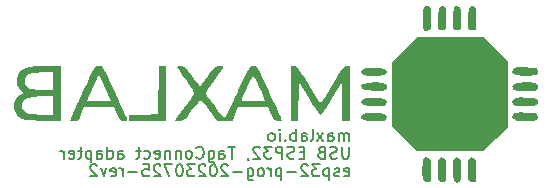
<source format=gbr>
%TF.GenerationSoftware,KiCad,Pcbnew,7.0.5*%
%TF.CreationDate,2023-08-08T23:00:51-07:00*%
%TF.ProjectId,esp32-prog,65737033-322d-4707-926f-672e6b696361,rev2*%
%TF.SameCoordinates,PX47868c0PY36d6160*%
%TF.FileFunction,Legend,Bot*%
%TF.FilePolarity,Positive*%
%FSLAX46Y46*%
G04 Gerber Fmt 4.6, Leading zero omitted, Abs format (unit mm)*
G04 Created by KiCad (PCBNEW 7.0.5) date 2023-08-08 23:00:51*
%MOMM*%
%LPD*%
G01*
G04 APERTURE LIST*
%ADD10C,0.150000*%
G04 APERTURE END LIST*
D10*
X32282268Y-21907200D02*
X32377506Y-21954819D01*
X32377506Y-21954819D02*
X32567982Y-21954819D01*
X32567982Y-21954819D02*
X32663220Y-21907200D01*
X32663220Y-21907200D02*
X32710839Y-21811961D01*
X32710839Y-21811961D02*
X32710839Y-21431009D01*
X32710839Y-21431009D02*
X32663220Y-21335771D01*
X32663220Y-21335771D02*
X32567982Y-21288152D01*
X32567982Y-21288152D02*
X32377506Y-21288152D01*
X32377506Y-21288152D02*
X32282268Y-21335771D01*
X32282268Y-21335771D02*
X32234649Y-21431009D01*
X32234649Y-21431009D02*
X32234649Y-21526247D01*
X32234649Y-21526247D02*
X32710839Y-21621485D01*
X31853696Y-21907200D02*
X31758458Y-21954819D01*
X31758458Y-21954819D02*
X31567982Y-21954819D01*
X31567982Y-21954819D02*
X31472744Y-21907200D01*
X31472744Y-21907200D02*
X31425125Y-21811961D01*
X31425125Y-21811961D02*
X31425125Y-21764342D01*
X31425125Y-21764342D02*
X31472744Y-21669104D01*
X31472744Y-21669104D02*
X31567982Y-21621485D01*
X31567982Y-21621485D02*
X31710839Y-21621485D01*
X31710839Y-21621485D02*
X31806077Y-21573866D01*
X31806077Y-21573866D02*
X31853696Y-21478628D01*
X31853696Y-21478628D02*
X31853696Y-21431009D01*
X31853696Y-21431009D02*
X31806077Y-21335771D01*
X31806077Y-21335771D02*
X31710839Y-21288152D01*
X31710839Y-21288152D02*
X31567982Y-21288152D01*
X31567982Y-21288152D02*
X31472744Y-21335771D01*
X30996553Y-21288152D02*
X30996553Y-22288152D01*
X30996553Y-21335771D02*
X30901315Y-21288152D01*
X30901315Y-21288152D02*
X30710839Y-21288152D01*
X30710839Y-21288152D02*
X30615601Y-21335771D01*
X30615601Y-21335771D02*
X30567982Y-21383390D01*
X30567982Y-21383390D02*
X30520363Y-21478628D01*
X30520363Y-21478628D02*
X30520363Y-21764342D01*
X30520363Y-21764342D02*
X30567982Y-21859580D01*
X30567982Y-21859580D02*
X30615601Y-21907200D01*
X30615601Y-21907200D02*
X30710839Y-21954819D01*
X30710839Y-21954819D02*
X30901315Y-21954819D01*
X30901315Y-21954819D02*
X30996553Y-21907200D01*
X30187029Y-20954819D02*
X29567982Y-20954819D01*
X29567982Y-20954819D02*
X29901315Y-21335771D01*
X29901315Y-21335771D02*
X29758458Y-21335771D01*
X29758458Y-21335771D02*
X29663220Y-21383390D01*
X29663220Y-21383390D02*
X29615601Y-21431009D01*
X29615601Y-21431009D02*
X29567982Y-21526247D01*
X29567982Y-21526247D02*
X29567982Y-21764342D01*
X29567982Y-21764342D02*
X29615601Y-21859580D01*
X29615601Y-21859580D02*
X29663220Y-21907200D01*
X29663220Y-21907200D02*
X29758458Y-21954819D01*
X29758458Y-21954819D02*
X30044172Y-21954819D01*
X30044172Y-21954819D02*
X30139410Y-21907200D01*
X30139410Y-21907200D02*
X30187029Y-21859580D01*
X29187029Y-21050057D02*
X29139410Y-21002438D01*
X29139410Y-21002438D02*
X29044172Y-20954819D01*
X29044172Y-20954819D02*
X28806077Y-20954819D01*
X28806077Y-20954819D02*
X28710839Y-21002438D01*
X28710839Y-21002438D02*
X28663220Y-21050057D01*
X28663220Y-21050057D02*
X28615601Y-21145295D01*
X28615601Y-21145295D02*
X28615601Y-21240533D01*
X28615601Y-21240533D02*
X28663220Y-21383390D01*
X28663220Y-21383390D02*
X29234648Y-21954819D01*
X29234648Y-21954819D02*
X28615601Y-21954819D01*
X28187029Y-21573866D02*
X27425125Y-21573866D01*
X26948934Y-21288152D02*
X26948934Y-22288152D01*
X26948934Y-21335771D02*
X26853696Y-21288152D01*
X26853696Y-21288152D02*
X26663220Y-21288152D01*
X26663220Y-21288152D02*
X26567982Y-21335771D01*
X26567982Y-21335771D02*
X26520363Y-21383390D01*
X26520363Y-21383390D02*
X26472744Y-21478628D01*
X26472744Y-21478628D02*
X26472744Y-21764342D01*
X26472744Y-21764342D02*
X26520363Y-21859580D01*
X26520363Y-21859580D02*
X26567982Y-21907200D01*
X26567982Y-21907200D02*
X26663220Y-21954819D01*
X26663220Y-21954819D02*
X26853696Y-21954819D01*
X26853696Y-21954819D02*
X26948934Y-21907200D01*
X26044172Y-21954819D02*
X26044172Y-21288152D01*
X26044172Y-21478628D02*
X25996553Y-21383390D01*
X25996553Y-21383390D02*
X25948934Y-21335771D01*
X25948934Y-21335771D02*
X25853696Y-21288152D01*
X25853696Y-21288152D02*
X25758458Y-21288152D01*
X25282267Y-21954819D02*
X25377505Y-21907200D01*
X25377505Y-21907200D02*
X25425124Y-21859580D01*
X25425124Y-21859580D02*
X25472743Y-21764342D01*
X25472743Y-21764342D02*
X25472743Y-21478628D01*
X25472743Y-21478628D02*
X25425124Y-21383390D01*
X25425124Y-21383390D02*
X25377505Y-21335771D01*
X25377505Y-21335771D02*
X25282267Y-21288152D01*
X25282267Y-21288152D02*
X25139410Y-21288152D01*
X25139410Y-21288152D02*
X25044172Y-21335771D01*
X25044172Y-21335771D02*
X24996553Y-21383390D01*
X24996553Y-21383390D02*
X24948934Y-21478628D01*
X24948934Y-21478628D02*
X24948934Y-21764342D01*
X24948934Y-21764342D02*
X24996553Y-21859580D01*
X24996553Y-21859580D02*
X25044172Y-21907200D01*
X25044172Y-21907200D02*
X25139410Y-21954819D01*
X25139410Y-21954819D02*
X25282267Y-21954819D01*
X24091791Y-21288152D02*
X24091791Y-22097676D01*
X24091791Y-22097676D02*
X24139410Y-22192914D01*
X24139410Y-22192914D02*
X24187029Y-22240533D01*
X24187029Y-22240533D02*
X24282267Y-22288152D01*
X24282267Y-22288152D02*
X24425124Y-22288152D01*
X24425124Y-22288152D02*
X24520362Y-22240533D01*
X24091791Y-21907200D02*
X24187029Y-21954819D01*
X24187029Y-21954819D02*
X24377505Y-21954819D01*
X24377505Y-21954819D02*
X24472743Y-21907200D01*
X24472743Y-21907200D02*
X24520362Y-21859580D01*
X24520362Y-21859580D02*
X24567981Y-21764342D01*
X24567981Y-21764342D02*
X24567981Y-21478628D01*
X24567981Y-21478628D02*
X24520362Y-21383390D01*
X24520362Y-21383390D02*
X24472743Y-21335771D01*
X24472743Y-21335771D02*
X24377505Y-21288152D01*
X24377505Y-21288152D02*
X24187029Y-21288152D01*
X24187029Y-21288152D02*
X24091791Y-21335771D01*
X23615600Y-21573866D02*
X22853696Y-21573866D01*
X22425124Y-21050057D02*
X22377505Y-21002438D01*
X22377505Y-21002438D02*
X22282267Y-20954819D01*
X22282267Y-20954819D02*
X22044172Y-20954819D01*
X22044172Y-20954819D02*
X21948934Y-21002438D01*
X21948934Y-21002438D02*
X21901315Y-21050057D01*
X21901315Y-21050057D02*
X21853696Y-21145295D01*
X21853696Y-21145295D02*
X21853696Y-21240533D01*
X21853696Y-21240533D02*
X21901315Y-21383390D01*
X21901315Y-21383390D02*
X22472743Y-21954819D01*
X22472743Y-21954819D02*
X21853696Y-21954819D01*
X21234648Y-20954819D02*
X21139410Y-20954819D01*
X21139410Y-20954819D02*
X21044172Y-21002438D01*
X21044172Y-21002438D02*
X20996553Y-21050057D01*
X20996553Y-21050057D02*
X20948934Y-21145295D01*
X20948934Y-21145295D02*
X20901315Y-21335771D01*
X20901315Y-21335771D02*
X20901315Y-21573866D01*
X20901315Y-21573866D02*
X20948934Y-21764342D01*
X20948934Y-21764342D02*
X20996553Y-21859580D01*
X20996553Y-21859580D02*
X21044172Y-21907200D01*
X21044172Y-21907200D02*
X21139410Y-21954819D01*
X21139410Y-21954819D02*
X21234648Y-21954819D01*
X21234648Y-21954819D02*
X21329886Y-21907200D01*
X21329886Y-21907200D02*
X21377505Y-21859580D01*
X21377505Y-21859580D02*
X21425124Y-21764342D01*
X21425124Y-21764342D02*
X21472743Y-21573866D01*
X21472743Y-21573866D02*
X21472743Y-21335771D01*
X21472743Y-21335771D02*
X21425124Y-21145295D01*
X21425124Y-21145295D02*
X21377505Y-21050057D01*
X21377505Y-21050057D02*
X21329886Y-21002438D01*
X21329886Y-21002438D02*
X21234648Y-20954819D01*
X20520362Y-21050057D02*
X20472743Y-21002438D01*
X20472743Y-21002438D02*
X20377505Y-20954819D01*
X20377505Y-20954819D02*
X20139410Y-20954819D01*
X20139410Y-20954819D02*
X20044172Y-21002438D01*
X20044172Y-21002438D02*
X19996553Y-21050057D01*
X19996553Y-21050057D02*
X19948934Y-21145295D01*
X19948934Y-21145295D02*
X19948934Y-21240533D01*
X19948934Y-21240533D02*
X19996553Y-21383390D01*
X19996553Y-21383390D02*
X20567981Y-21954819D01*
X20567981Y-21954819D02*
X19948934Y-21954819D01*
X19615600Y-20954819D02*
X18996553Y-20954819D01*
X18996553Y-20954819D02*
X19329886Y-21335771D01*
X19329886Y-21335771D02*
X19187029Y-21335771D01*
X19187029Y-21335771D02*
X19091791Y-21383390D01*
X19091791Y-21383390D02*
X19044172Y-21431009D01*
X19044172Y-21431009D02*
X18996553Y-21526247D01*
X18996553Y-21526247D02*
X18996553Y-21764342D01*
X18996553Y-21764342D02*
X19044172Y-21859580D01*
X19044172Y-21859580D02*
X19091791Y-21907200D01*
X19091791Y-21907200D02*
X19187029Y-21954819D01*
X19187029Y-21954819D02*
X19472743Y-21954819D01*
X19472743Y-21954819D02*
X19567981Y-21907200D01*
X19567981Y-21907200D02*
X19615600Y-21859580D01*
X18377505Y-20954819D02*
X18282267Y-20954819D01*
X18282267Y-20954819D02*
X18187029Y-21002438D01*
X18187029Y-21002438D02*
X18139410Y-21050057D01*
X18139410Y-21050057D02*
X18091791Y-21145295D01*
X18091791Y-21145295D02*
X18044172Y-21335771D01*
X18044172Y-21335771D02*
X18044172Y-21573866D01*
X18044172Y-21573866D02*
X18091791Y-21764342D01*
X18091791Y-21764342D02*
X18139410Y-21859580D01*
X18139410Y-21859580D02*
X18187029Y-21907200D01*
X18187029Y-21907200D02*
X18282267Y-21954819D01*
X18282267Y-21954819D02*
X18377505Y-21954819D01*
X18377505Y-21954819D02*
X18472743Y-21907200D01*
X18472743Y-21907200D02*
X18520362Y-21859580D01*
X18520362Y-21859580D02*
X18567981Y-21764342D01*
X18567981Y-21764342D02*
X18615600Y-21573866D01*
X18615600Y-21573866D02*
X18615600Y-21335771D01*
X18615600Y-21335771D02*
X18567981Y-21145295D01*
X18567981Y-21145295D02*
X18520362Y-21050057D01*
X18520362Y-21050057D02*
X18472743Y-21002438D01*
X18472743Y-21002438D02*
X18377505Y-20954819D01*
X17710838Y-20954819D02*
X17044172Y-20954819D01*
X17044172Y-20954819D02*
X17472743Y-21954819D01*
X16710838Y-21050057D02*
X16663219Y-21002438D01*
X16663219Y-21002438D02*
X16567981Y-20954819D01*
X16567981Y-20954819D02*
X16329886Y-20954819D01*
X16329886Y-20954819D02*
X16234648Y-21002438D01*
X16234648Y-21002438D02*
X16187029Y-21050057D01*
X16187029Y-21050057D02*
X16139410Y-21145295D01*
X16139410Y-21145295D02*
X16139410Y-21240533D01*
X16139410Y-21240533D02*
X16187029Y-21383390D01*
X16187029Y-21383390D02*
X16758457Y-21954819D01*
X16758457Y-21954819D02*
X16139410Y-21954819D01*
X15234648Y-20954819D02*
X15710838Y-20954819D01*
X15710838Y-20954819D02*
X15758457Y-21431009D01*
X15758457Y-21431009D02*
X15710838Y-21383390D01*
X15710838Y-21383390D02*
X15615600Y-21335771D01*
X15615600Y-21335771D02*
X15377505Y-21335771D01*
X15377505Y-21335771D02*
X15282267Y-21383390D01*
X15282267Y-21383390D02*
X15234648Y-21431009D01*
X15234648Y-21431009D02*
X15187029Y-21526247D01*
X15187029Y-21526247D02*
X15187029Y-21764342D01*
X15187029Y-21764342D02*
X15234648Y-21859580D01*
X15234648Y-21859580D02*
X15282267Y-21907200D01*
X15282267Y-21907200D02*
X15377505Y-21954819D01*
X15377505Y-21954819D02*
X15615600Y-21954819D01*
X15615600Y-21954819D02*
X15710838Y-21907200D01*
X15710838Y-21907200D02*
X15758457Y-21859580D01*
X14758457Y-21573866D02*
X13996553Y-21573866D01*
X13520362Y-21954819D02*
X13520362Y-21288152D01*
X13520362Y-21478628D02*
X13472743Y-21383390D01*
X13472743Y-21383390D02*
X13425124Y-21335771D01*
X13425124Y-21335771D02*
X13329886Y-21288152D01*
X13329886Y-21288152D02*
X13234648Y-21288152D01*
X12520362Y-21907200D02*
X12615600Y-21954819D01*
X12615600Y-21954819D02*
X12806076Y-21954819D01*
X12806076Y-21954819D02*
X12901314Y-21907200D01*
X12901314Y-21907200D02*
X12948933Y-21811961D01*
X12948933Y-21811961D02*
X12948933Y-21431009D01*
X12948933Y-21431009D02*
X12901314Y-21335771D01*
X12901314Y-21335771D02*
X12806076Y-21288152D01*
X12806076Y-21288152D02*
X12615600Y-21288152D01*
X12615600Y-21288152D02*
X12520362Y-21335771D01*
X12520362Y-21335771D02*
X12472743Y-21431009D01*
X12472743Y-21431009D02*
X12472743Y-21526247D01*
X12472743Y-21526247D02*
X12948933Y-21621485D01*
X12139409Y-21288152D02*
X11901314Y-21954819D01*
X11901314Y-21954819D02*
X11663219Y-21288152D01*
X11329885Y-21050057D02*
X11282266Y-21002438D01*
X11282266Y-21002438D02*
X11187028Y-20954819D01*
X11187028Y-20954819D02*
X10948933Y-20954819D01*
X10948933Y-20954819D02*
X10853695Y-21002438D01*
X10853695Y-21002438D02*
X10806076Y-21050057D01*
X10806076Y-21050057D02*
X10758457Y-21145295D01*
X10758457Y-21145295D02*
X10758457Y-21240533D01*
X10758457Y-21240533D02*
X10806076Y-21383390D01*
X10806076Y-21383390D02*
X11377504Y-21954819D01*
X11377504Y-21954819D02*
X10758457Y-21954819D01*
X32663220Y-18954819D02*
X32663220Y-18288152D01*
X32663220Y-18383390D02*
X32615601Y-18335771D01*
X32615601Y-18335771D02*
X32520363Y-18288152D01*
X32520363Y-18288152D02*
X32377506Y-18288152D01*
X32377506Y-18288152D02*
X32282268Y-18335771D01*
X32282268Y-18335771D02*
X32234649Y-18431009D01*
X32234649Y-18431009D02*
X32234649Y-18954819D01*
X32234649Y-18431009D02*
X32187030Y-18335771D01*
X32187030Y-18335771D02*
X32091792Y-18288152D01*
X32091792Y-18288152D02*
X31948935Y-18288152D01*
X31948935Y-18288152D02*
X31853696Y-18335771D01*
X31853696Y-18335771D02*
X31806077Y-18431009D01*
X31806077Y-18431009D02*
X31806077Y-18954819D01*
X30901316Y-18954819D02*
X30901316Y-18431009D01*
X30901316Y-18431009D02*
X30948935Y-18335771D01*
X30948935Y-18335771D02*
X31044173Y-18288152D01*
X31044173Y-18288152D02*
X31234649Y-18288152D01*
X31234649Y-18288152D02*
X31329887Y-18335771D01*
X30901316Y-18907200D02*
X30996554Y-18954819D01*
X30996554Y-18954819D02*
X31234649Y-18954819D01*
X31234649Y-18954819D02*
X31329887Y-18907200D01*
X31329887Y-18907200D02*
X31377506Y-18811961D01*
X31377506Y-18811961D02*
X31377506Y-18716723D01*
X31377506Y-18716723D02*
X31329887Y-18621485D01*
X31329887Y-18621485D02*
X31234649Y-18573866D01*
X31234649Y-18573866D02*
X30996554Y-18573866D01*
X30996554Y-18573866D02*
X30901316Y-18526247D01*
X30520363Y-18954819D02*
X29996554Y-18288152D01*
X30520363Y-18288152D02*
X29996554Y-18954819D01*
X29472744Y-18954819D02*
X29567982Y-18907200D01*
X29567982Y-18907200D02*
X29615601Y-18811961D01*
X29615601Y-18811961D02*
X29615601Y-17954819D01*
X28663220Y-18954819D02*
X28663220Y-18431009D01*
X28663220Y-18431009D02*
X28710839Y-18335771D01*
X28710839Y-18335771D02*
X28806077Y-18288152D01*
X28806077Y-18288152D02*
X28996553Y-18288152D01*
X28996553Y-18288152D02*
X29091791Y-18335771D01*
X28663220Y-18907200D02*
X28758458Y-18954819D01*
X28758458Y-18954819D02*
X28996553Y-18954819D01*
X28996553Y-18954819D02*
X29091791Y-18907200D01*
X29091791Y-18907200D02*
X29139410Y-18811961D01*
X29139410Y-18811961D02*
X29139410Y-18716723D01*
X29139410Y-18716723D02*
X29091791Y-18621485D01*
X29091791Y-18621485D02*
X28996553Y-18573866D01*
X28996553Y-18573866D02*
X28758458Y-18573866D01*
X28758458Y-18573866D02*
X28663220Y-18526247D01*
X28187029Y-18954819D02*
X28187029Y-17954819D01*
X28187029Y-18335771D02*
X28091791Y-18288152D01*
X28091791Y-18288152D02*
X27901315Y-18288152D01*
X27901315Y-18288152D02*
X27806077Y-18335771D01*
X27806077Y-18335771D02*
X27758458Y-18383390D01*
X27758458Y-18383390D02*
X27710839Y-18478628D01*
X27710839Y-18478628D02*
X27710839Y-18764342D01*
X27710839Y-18764342D02*
X27758458Y-18859580D01*
X27758458Y-18859580D02*
X27806077Y-18907200D01*
X27806077Y-18907200D02*
X27901315Y-18954819D01*
X27901315Y-18954819D02*
X28091791Y-18954819D01*
X28091791Y-18954819D02*
X28187029Y-18907200D01*
X27282267Y-18859580D02*
X27234648Y-18907200D01*
X27234648Y-18907200D02*
X27282267Y-18954819D01*
X27282267Y-18954819D02*
X27329886Y-18907200D01*
X27329886Y-18907200D02*
X27282267Y-18859580D01*
X27282267Y-18859580D02*
X27282267Y-18954819D01*
X26806077Y-18954819D02*
X26806077Y-18288152D01*
X26806077Y-17954819D02*
X26853696Y-18002438D01*
X26853696Y-18002438D02*
X26806077Y-18050057D01*
X26806077Y-18050057D02*
X26758458Y-18002438D01*
X26758458Y-18002438D02*
X26806077Y-17954819D01*
X26806077Y-17954819D02*
X26806077Y-18050057D01*
X26187030Y-18954819D02*
X26282268Y-18907200D01*
X26282268Y-18907200D02*
X26329887Y-18859580D01*
X26329887Y-18859580D02*
X26377506Y-18764342D01*
X26377506Y-18764342D02*
X26377506Y-18478628D01*
X26377506Y-18478628D02*
X26329887Y-18383390D01*
X26329887Y-18383390D02*
X26282268Y-18335771D01*
X26282268Y-18335771D02*
X26187030Y-18288152D01*
X26187030Y-18288152D02*
X26044173Y-18288152D01*
X26044173Y-18288152D02*
X25948935Y-18335771D01*
X25948935Y-18335771D02*
X25901316Y-18383390D01*
X25901316Y-18383390D02*
X25853697Y-18478628D01*
X25853697Y-18478628D02*
X25853697Y-18764342D01*
X25853697Y-18764342D02*
X25901316Y-18859580D01*
X25901316Y-18859580D02*
X25948935Y-18907200D01*
X25948935Y-18907200D02*
X26044173Y-18954819D01*
X26044173Y-18954819D02*
X26187030Y-18954819D01*
X32663220Y-19454819D02*
X32663220Y-20264342D01*
X32663220Y-20264342D02*
X32615601Y-20359580D01*
X32615601Y-20359580D02*
X32567982Y-20407200D01*
X32567982Y-20407200D02*
X32472744Y-20454819D01*
X32472744Y-20454819D02*
X32282268Y-20454819D01*
X32282268Y-20454819D02*
X32187030Y-20407200D01*
X32187030Y-20407200D02*
X32139411Y-20359580D01*
X32139411Y-20359580D02*
X32091792Y-20264342D01*
X32091792Y-20264342D02*
X32091792Y-19454819D01*
X31663220Y-20407200D02*
X31520363Y-20454819D01*
X31520363Y-20454819D02*
X31282268Y-20454819D01*
X31282268Y-20454819D02*
X31187030Y-20407200D01*
X31187030Y-20407200D02*
X31139411Y-20359580D01*
X31139411Y-20359580D02*
X31091792Y-20264342D01*
X31091792Y-20264342D02*
X31091792Y-20169104D01*
X31091792Y-20169104D02*
X31139411Y-20073866D01*
X31139411Y-20073866D02*
X31187030Y-20026247D01*
X31187030Y-20026247D02*
X31282268Y-19978628D01*
X31282268Y-19978628D02*
X31472744Y-19931009D01*
X31472744Y-19931009D02*
X31567982Y-19883390D01*
X31567982Y-19883390D02*
X31615601Y-19835771D01*
X31615601Y-19835771D02*
X31663220Y-19740533D01*
X31663220Y-19740533D02*
X31663220Y-19645295D01*
X31663220Y-19645295D02*
X31615601Y-19550057D01*
X31615601Y-19550057D02*
X31567982Y-19502438D01*
X31567982Y-19502438D02*
X31472744Y-19454819D01*
X31472744Y-19454819D02*
X31234649Y-19454819D01*
X31234649Y-19454819D02*
X31091792Y-19502438D01*
X30329887Y-19931009D02*
X30187030Y-19978628D01*
X30187030Y-19978628D02*
X30139411Y-20026247D01*
X30139411Y-20026247D02*
X30091792Y-20121485D01*
X30091792Y-20121485D02*
X30091792Y-20264342D01*
X30091792Y-20264342D02*
X30139411Y-20359580D01*
X30139411Y-20359580D02*
X30187030Y-20407200D01*
X30187030Y-20407200D02*
X30282268Y-20454819D01*
X30282268Y-20454819D02*
X30663220Y-20454819D01*
X30663220Y-20454819D02*
X30663220Y-19454819D01*
X30663220Y-19454819D02*
X30329887Y-19454819D01*
X30329887Y-19454819D02*
X30234649Y-19502438D01*
X30234649Y-19502438D02*
X30187030Y-19550057D01*
X30187030Y-19550057D02*
X30139411Y-19645295D01*
X30139411Y-19645295D02*
X30139411Y-19740533D01*
X30139411Y-19740533D02*
X30187030Y-19835771D01*
X30187030Y-19835771D02*
X30234649Y-19883390D01*
X30234649Y-19883390D02*
X30329887Y-19931009D01*
X30329887Y-19931009D02*
X30663220Y-19931009D01*
X28901315Y-19931009D02*
X28567982Y-19931009D01*
X28425125Y-20454819D02*
X28901315Y-20454819D01*
X28901315Y-20454819D02*
X28901315Y-19454819D01*
X28901315Y-19454819D02*
X28425125Y-19454819D01*
X28044172Y-20407200D02*
X27901315Y-20454819D01*
X27901315Y-20454819D02*
X27663220Y-20454819D01*
X27663220Y-20454819D02*
X27567982Y-20407200D01*
X27567982Y-20407200D02*
X27520363Y-20359580D01*
X27520363Y-20359580D02*
X27472744Y-20264342D01*
X27472744Y-20264342D02*
X27472744Y-20169104D01*
X27472744Y-20169104D02*
X27520363Y-20073866D01*
X27520363Y-20073866D02*
X27567982Y-20026247D01*
X27567982Y-20026247D02*
X27663220Y-19978628D01*
X27663220Y-19978628D02*
X27853696Y-19931009D01*
X27853696Y-19931009D02*
X27948934Y-19883390D01*
X27948934Y-19883390D02*
X27996553Y-19835771D01*
X27996553Y-19835771D02*
X28044172Y-19740533D01*
X28044172Y-19740533D02*
X28044172Y-19645295D01*
X28044172Y-19645295D02*
X27996553Y-19550057D01*
X27996553Y-19550057D02*
X27948934Y-19502438D01*
X27948934Y-19502438D02*
X27853696Y-19454819D01*
X27853696Y-19454819D02*
X27615601Y-19454819D01*
X27615601Y-19454819D02*
X27472744Y-19502438D01*
X27044172Y-20454819D02*
X27044172Y-19454819D01*
X27044172Y-19454819D02*
X26663220Y-19454819D01*
X26663220Y-19454819D02*
X26567982Y-19502438D01*
X26567982Y-19502438D02*
X26520363Y-19550057D01*
X26520363Y-19550057D02*
X26472744Y-19645295D01*
X26472744Y-19645295D02*
X26472744Y-19788152D01*
X26472744Y-19788152D02*
X26520363Y-19883390D01*
X26520363Y-19883390D02*
X26567982Y-19931009D01*
X26567982Y-19931009D02*
X26663220Y-19978628D01*
X26663220Y-19978628D02*
X27044172Y-19978628D01*
X26139410Y-19454819D02*
X25520363Y-19454819D01*
X25520363Y-19454819D02*
X25853696Y-19835771D01*
X25853696Y-19835771D02*
X25710839Y-19835771D01*
X25710839Y-19835771D02*
X25615601Y-19883390D01*
X25615601Y-19883390D02*
X25567982Y-19931009D01*
X25567982Y-19931009D02*
X25520363Y-20026247D01*
X25520363Y-20026247D02*
X25520363Y-20264342D01*
X25520363Y-20264342D02*
X25567982Y-20359580D01*
X25567982Y-20359580D02*
X25615601Y-20407200D01*
X25615601Y-20407200D02*
X25710839Y-20454819D01*
X25710839Y-20454819D02*
X25996553Y-20454819D01*
X25996553Y-20454819D02*
X26091791Y-20407200D01*
X26091791Y-20407200D02*
X26139410Y-20359580D01*
X25139410Y-19550057D02*
X25091791Y-19502438D01*
X25091791Y-19502438D02*
X24996553Y-19454819D01*
X24996553Y-19454819D02*
X24758458Y-19454819D01*
X24758458Y-19454819D02*
X24663220Y-19502438D01*
X24663220Y-19502438D02*
X24615601Y-19550057D01*
X24615601Y-19550057D02*
X24567982Y-19645295D01*
X24567982Y-19645295D02*
X24567982Y-19740533D01*
X24567982Y-19740533D02*
X24615601Y-19883390D01*
X24615601Y-19883390D02*
X25187029Y-20454819D01*
X25187029Y-20454819D02*
X24567982Y-20454819D01*
X24091791Y-20407200D02*
X24091791Y-20454819D01*
X24091791Y-20454819D02*
X24139410Y-20550057D01*
X24139410Y-20550057D02*
X24187029Y-20597676D01*
X23044172Y-19454819D02*
X22472744Y-19454819D01*
X22758458Y-20454819D02*
X22758458Y-19454819D01*
X21710839Y-20454819D02*
X21710839Y-19931009D01*
X21710839Y-19931009D02*
X21758458Y-19835771D01*
X21758458Y-19835771D02*
X21853696Y-19788152D01*
X21853696Y-19788152D02*
X22044172Y-19788152D01*
X22044172Y-19788152D02*
X22139410Y-19835771D01*
X21710839Y-20407200D02*
X21806077Y-20454819D01*
X21806077Y-20454819D02*
X22044172Y-20454819D01*
X22044172Y-20454819D02*
X22139410Y-20407200D01*
X22139410Y-20407200D02*
X22187029Y-20311961D01*
X22187029Y-20311961D02*
X22187029Y-20216723D01*
X22187029Y-20216723D02*
X22139410Y-20121485D01*
X22139410Y-20121485D02*
X22044172Y-20073866D01*
X22044172Y-20073866D02*
X21806077Y-20073866D01*
X21806077Y-20073866D02*
X21710839Y-20026247D01*
X20806077Y-19788152D02*
X20806077Y-20597676D01*
X20806077Y-20597676D02*
X20853696Y-20692914D01*
X20853696Y-20692914D02*
X20901315Y-20740533D01*
X20901315Y-20740533D02*
X20996553Y-20788152D01*
X20996553Y-20788152D02*
X21139410Y-20788152D01*
X21139410Y-20788152D02*
X21234648Y-20740533D01*
X20806077Y-20407200D02*
X20901315Y-20454819D01*
X20901315Y-20454819D02*
X21091791Y-20454819D01*
X21091791Y-20454819D02*
X21187029Y-20407200D01*
X21187029Y-20407200D02*
X21234648Y-20359580D01*
X21234648Y-20359580D02*
X21282267Y-20264342D01*
X21282267Y-20264342D02*
X21282267Y-19978628D01*
X21282267Y-19978628D02*
X21234648Y-19883390D01*
X21234648Y-19883390D02*
X21187029Y-19835771D01*
X21187029Y-19835771D02*
X21091791Y-19788152D01*
X21091791Y-19788152D02*
X20901315Y-19788152D01*
X20901315Y-19788152D02*
X20806077Y-19835771D01*
X19758458Y-20359580D02*
X19806077Y-20407200D01*
X19806077Y-20407200D02*
X19948934Y-20454819D01*
X19948934Y-20454819D02*
X20044172Y-20454819D01*
X20044172Y-20454819D02*
X20187029Y-20407200D01*
X20187029Y-20407200D02*
X20282267Y-20311961D01*
X20282267Y-20311961D02*
X20329886Y-20216723D01*
X20329886Y-20216723D02*
X20377505Y-20026247D01*
X20377505Y-20026247D02*
X20377505Y-19883390D01*
X20377505Y-19883390D02*
X20329886Y-19692914D01*
X20329886Y-19692914D02*
X20282267Y-19597676D01*
X20282267Y-19597676D02*
X20187029Y-19502438D01*
X20187029Y-19502438D02*
X20044172Y-19454819D01*
X20044172Y-19454819D02*
X19948934Y-19454819D01*
X19948934Y-19454819D02*
X19806077Y-19502438D01*
X19806077Y-19502438D02*
X19758458Y-19550057D01*
X19187029Y-20454819D02*
X19282267Y-20407200D01*
X19282267Y-20407200D02*
X19329886Y-20359580D01*
X19329886Y-20359580D02*
X19377505Y-20264342D01*
X19377505Y-20264342D02*
X19377505Y-19978628D01*
X19377505Y-19978628D02*
X19329886Y-19883390D01*
X19329886Y-19883390D02*
X19282267Y-19835771D01*
X19282267Y-19835771D02*
X19187029Y-19788152D01*
X19187029Y-19788152D02*
X19044172Y-19788152D01*
X19044172Y-19788152D02*
X18948934Y-19835771D01*
X18948934Y-19835771D02*
X18901315Y-19883390D01*
X18901315Y-19883390D02*
X18853696Y-19978628D01*
X18853696Y-19978628D02*
X18853696Y-20264342D01*
X18853696Y-20264342D02*
X18901315Y-20359580D01*
X18901315Y-20359580D02*
X18948934Y-20407200D01*
X18948934Y-20407200D02*
X19044172Y-20454819D01*
X19044172Y-20454819D02*
X19187029Y-20454819D01*
X18425124Y-19788152D02*
X18425124Y-20454819D01*
X18425124Y-19883390D02*
X18377505Y-19835771D01*
X18377505Y-19835771D02*
X18282267Y-19788152D01*
X18282267Y-19788152D02*
X18139410Y-19788152D01*
X18139410Y-19788152D02*
X18044172Y-19835771D01*
X18044172Y-19835771D02*
X17996553Y-19931009D01*
X17996553Y-19931009D02*
X17996553Y-20454819D01*
X17520362Y-19788152D02*
X17520362Y-20454819D01*
X17520362Y-19883390D02*
X17472743Y-19835771D01*
X17472743Y-19835771D02*
X17377505Y-19788152D01*
X17377505Y-19788152D02*
X17234648Y-19788152D01*
X17234648Y-19788152D02*
X17139410Y-19835771D01*
X17139410Y-19835771D02*
X17091791Y-19931009D01*
X17091791Y-19931009D02*
X17091791Y-20454819D01*
X16234648Y-20407200D02*
X16329886Y-20454819D01*
X16329886Y-20454819D02*
X16520362Y-20454819D01*
X16520362Y-20454819D02*
X16615600Y-20407200D01*
X16615600Y-20407200D02*
X16663219Y-20311961D01*
X16663219Y-20311961D02*
X16663219Y-19931009D01*
X16663219Y-19931009D02*
X16615600Y-19835771D01*
X16615600Y-19835771D02*
X16520362Y-19788152D01*
X16520362Y-19788152D02*
X16329886Y-19788152D01*
X16329886Y-19788152D02*
X16234648Y-19835771D01*
X16234648Y-19835771D02*
X16187029Y-19931009D01*
X16187029Y-19931009D02*
X16187029Y-20026247D01*
X16187029Y-20026247D02*
X16663219Y-20121485D01*
X15329886Y-20407200D02*
X15425124Y-20454819D01*
X15425124Y-20454819D02*
X15615600Y-20454819D01*
X15615600Y-20454819D02*
X15710838Y-20407200D01*
X15710838Y-20407200D02*
X15758457Y-20359580D01*
X15758457Y-20359580D02*
X15806076Y-20264342D01*
X15806076Y-20264342D02*
X15806076Y-19978628D01*
X15806076Y-19978628D02*
X15758457Y-19883390D01*
X15758457Y-19883390D02*
X15710838Y-19835771D01*
X15710838Y-19835771D02*
X15615600Y-19788152D01*
X15615600Y-19788152D02*
X15425124Y-19788152D01*
X15425124Y-19788152D02*
X15329886Y-19835771D01*
X15044171Y-19788152D02*
X14663219Y-19788152D01*
X14901314Y-19454819D02*
X14901314Y-20311961D01*
X14901314Y-20311961D02*
X14853695Y-20407200D01*
X14853695Y-20407200D02*
X14758457Y-20454819D01*
X14758457Y-20454819D02*
X14663219Y-20454819D01*
X13139409Y-20454819D02*
X13139409Y-19931009D01*
X13139409Y-19931009D02*
X13187028Y-19835771D01*
X13187028Y-19835771D02*
X13282266Y-19788152D01*
X13282266Y-19788152D02*
X13472742Y-19788152D01*
X13472742Y-19788152D02*
X13567980Y-19835771D01*
X13139409Y-20407200D02*
X13234647Y-20454819D01*
X13234647Y-20454819D02*
X13472742Y-20454819D01*
X13472742Y-20454819D02*
X13567980Y-20407200D01*
X13567980Y-20407200D02*
X13615599Y-20311961D01*
X13615599Y-20311961D02*
X13615599Y-20216723D01*
X13615599Y-20216723D02*
X13567980Y-20121485D01*
X13567980Y-20121485D02*
X13472742Y-20073866D01*
X13472742Y-20073866D02*
X13234647Y-20073866D01*
X13234647Y-20073866D02*
X13139409Y-20026247D01*
X12234647Y-20454819D02*
X12234647Y-19454819D01*
X12234647Y-20407200D02*
X12329885Y-20454819D01*
X12329885Y-20454819D02*
X12520361Y-20454819D01*
X12520361Y-20454819D02*
X12615599Y-20407200D01*
X12615599Y-20407200D02*
X12663218Y-20359580D01*
X12663218Y-20359580D02*
X12710837Y-20264342D01*
X12710837Y-20264342D02*
X12710837Y-19978628D01*
X12710837Y-19978628D02*
X12663218Y-19883390D01*
X12663218Y-19883390D02*
X12615599Y-19835771D01*
X12615599Y-19835771D02*
X12520361Y-19788152D01*
X12520361Y-19788152D02*
X12329885Y-19788152D01*
X12329885Y-19788152D02*
X12234647Y-19835771D01*
X11329885Y-20454819D02*
X11329885Y-19931009D01*
X11329885Y-19931009D02*
X11377504Y-19835771D01*
X11377504Y-19835771D02*
X11472742Y-19788152D01*
X11472742Y-19788152D02*
X11663218Y-19788152D01*
X11663218Y-19788152D02*
X11758456Y-19835771D01*
X11329885Y-20407200D02*
X11425123Y-20454819D01*
X11425123Y-20454819D02*
X11663218Y-20454819D01*
X11663218Y-20454819D02*
X11758456Y-20407200D01*
X11758456Y-20407200D02*
X11806075Y-20311961D01*
X11806075Y-20311961D02*
X11806075Y-20216723D01*
X11806075Y-20216723D02*
X11758456Y-20121485D01*
X11758456Y-20121485D02*
X11663218Y-20073866D01*
X11663218Y-20073866D02*
X11425123Y-20073866D01*
X11425123Y-20073866D02*
X11329885Y-20026247D01*
X10853694Y-19788152D02*
X10853694Y-20788152D01*
X10853694Y-19835771D02*
X10758456Y-19788152D01*
X10758456Y-19788152D02*
X10567980Y-19788152D01*
X10567980Y-19788152D02*
X10472742Y-19835771D01*
X10472742Y-19835771D02*
X10425123Y-19883390D01*
X10425123Y-19883390D02*
X10377504Y-19978628D01*
X10377504Y-19978628D02*
X10377504Y-20264342D01*
X10377504Y-20264342D02*
X10425123Y-20359580D01*
X10425123Y-20359580D02*
X10472742Y-20407200D01*
X10472742Y-20407200D02*
X10567980Y-20454819D01*
X10567980Y-20454819D02*
X10758456Y-20454819D01*
X10758456Y-20454819D02*
X10853694Y-20407200D01*
X10091789Y-19788152D02*
X9710837Y-19788152D01*
X9948932Y-19454819D02*
X9948932Y-20311961D01*
X9948932Y-20311961D02*
X9901313Y-20407200D01*
X9901313Y-20407200D02*
X9806075Y-20454819D01*
X9806075Y-20454819D02*
X9710837Y-20454819D01*
X8996551Y-20407200D02*
X9091789Y-20454819D01*
X9091789Y-20454819D02*
X9282265Y-20454819D01*
X9282265Y-20454819D02*
X9377503Y-20407200D01*
X9377503Y-20407200D02*
X9425122Y-20311961D01*
X9425122Y-20311961D02*
X9425122Y-19931009D01*
X9425122Y-19931009D02*
X9377503Y-19835771D01*
X9377503Y-19835771D02*
X9282265Y-19788152D01*
X9282265Y-19788152D02*
X9091789Y-19788152D01*
X9091789Y-19788152D02*
X8996551Y-19835771D01*
X8996551Y-19835771D02*
X8948932Y-19931009D01*
X8948932Y-19931009D02*
X8948932Y-20026247D01*
X8948932Y-20026247D02*
X9425122Y-20121485D01*
X8520360Y-20454819D02*
X8520360Y-19788152D01*
X8520360Y-19978628D02*
X8472741Y-19883390D01*
X8472741Y-19883390D02*
X8425122Y-19835771D01*
X8425122Y-19835771D02*
X8329884Y-19788152D01*
X8329884Y-19788152D02*
X8234646Y-19788152D01*
%TO.C,G\u002A\u002A\u002A*%
G36*
X17220531Y-17287755D02*
G01*
X14032246Y-17287755D01*
X14032246Y-16763120D01*
X15280991Y-16733178D01*
X16529736Y-16703237D01*
X16587464Y-12611605D01*
X17220531Y-12611605D01*
X17220531Y-17287755D01*
G37*
G36*
X45089550Y-11201452D02*
G01*
X46127644Y-12235650D01*
X46127644Y-17762195D01*
X45093445Y-18800289D01*
X44059247Y-19838383D01*
X38426426Y-19838383D01*
X37388332Y-18804184D01*
X36350238Y-17769986D01*
X36350238Y-12243441D01*
X37384437Y-11205347D01*
X38418635Y-10167253D01*
X44051456Y-10167253D01*
X45089550Y-11201452D01*
G37*
G36*
X35371938Y-16611642D02*
G01*
X35686961Y-16675784D01*
X35854250Y-16774035D01*
X35908538Y-16915145D01*
X35826251Y-17119433D01*
X35772247Y-17162129D01*
X35518496Y-17243598D01*
X35146942Y-17289633D01*
X34723061Y-17300234D01*
X34312329Y-17275401D01*
X33980222Y-17215134D01*
X33792217Y-17119433D01*
X33715421Y-16982887D01*
X33764218Y-16774035D01*
X33875733Y-16696175D01*
X34161076Y-16623877D01*
X34546933Y-16585689D01*
X34971241Y-16581611D01*
X35371938Y-16611642D01*
G37*
G36*
X35371938Y-15336329D02*
G01*
X35686961Y-15400470D01*
X35854250Y-15498722D01*
X35908538Y-15639831D01*
X35826251Y-15844119D01*
X35772247Y-15886815D01*
X35518496Y-15968284D01*
X35146942Y-16014319D01*
X34723061Y-16024920D01*
X34312329Y-16000087D01*
X33980222Y-15939820D01*
X33792217Y-15844119D01*
X33715421Y-15707573D01*
X33764218Y-15498722D01*
X33875733Y-15420861D01*
X34161076Y-15348563D01*
X34546933Y-15310375D01*
X34971241Y-15306297D01*
X35371938Y-15336329D01*
G37*
G36*
X35371938Y-12785701D02*
G01*
X35686961Y-12849843D01*
X35854250Y-12948094D01*
X35908538Y-13089203D01*
X35826251Y-13293491D01*
X35772247Y-13336187D01*
X35518496Y-13417656D01*
X35146942Y-13463692D01*
X34723061Y-13474293D01*
X34312329Y-13449460D01*
X33980222Y-13389193D01*
X33792217Y-13293491D01*
X33715421Y-13156946D01*
X33764218Y-12948094D01*
X33875733Y-12870233D01*
X34161076Y-12797935D01*
X34546933Y-12759747D01*
X34971241Y-12755669D01*
X35371938Y-12785701D01*
G37*
G36*
X39470939Y-7543239D02*
G01*
X39481082Y-7547430D01*
X39563280Y-7623326D01*
X39613267Y-7788800D01*
X39638090Y-8084747D01*
X39644799Y-8552063D01*
X39643341Y-8743533D01*
X39629964Y-9142074D01*
X39605604Y-9433465D01*
X39573948Y-9565022D01*
X39479546Y-9608182D01*
X39257144Y-9635873D01*
X39157068Y-9624711D01*
X39020609Y-9532593D01*
X38941565Y-9321862D01*
X38911511Y-8962020D01*
X38922024Y-8422568D01*
X38964065Y-7983267D01*
X39065591Y-7658826D01*
X39231809Y-7516539D01*
X39470939Y-7543239D01*
G37*
G36*
X35048629Y-13995183D02*
G01*
X35506457Y-14032664D01*
X35782661Y-14125943D01*
X35897788Y-14285885D01*
X35872383Y-14523353D01*
X35833981Y-14613271D01*
X35750867Y-14682832D01*
X35586364Y-14717502D01*
X35296841Y-14725349D01*
X34838666Y-14714436D01*
X34763594Y-14711957D01*
X34310969Y-14688464D01*
X34021482Y-14649917D01*
X33851584Y-14587347D01*
X33757728Y-14491782D01*
X33741941Y-14464058D01*
X33721179Y-14259204D01*
X33903351Y-14111931D01*
X34286751Y-14023007D01*
X34869671Y-13993195D01*
X35048629Y-13995183D01*
G37*
G36*
X42012187Y-20384056D02*
G01*
X42099853Y-20464447D01*
X42158562Y-20626932D01*
X42187613Y-20911588D01*
X42195426Y-21363413D01*
X42180837Y-21832209D01*
X42136835Y-22187991D01*
X42067895Y-22367755D01*
X41994995Y-22427127D01*
X41823460Y-22495287D01*
X41818511Y-22495257D01*
X41645144Y-22435528D01*
X41531873Y-22244051D01*
X41470166Y-21894830D01*
X41451493Y-21361871D01*
X41451495Y-21353817D01*
X41459025Y-20907674D01*
X41487130Y-20627481D01*
X41544599Y-20467631D01*
X41640221Y-20382514D01*
X41742040Y-20344291D01*
X42012187Y-20384056D01*
G37*
G36*
X39439627Y-20373714D02*
G01*
X39483392Y-20400317D01*
X39567468Y-20496226D01*
X39616412Y-20667437D01*
X39639198Y-20959646D01*
X39644799Y-21418552D01*
X39643416Y-21603623D01*
X39630113Y-22001543D01*
X39605714Y-22292788D01*
X39573948Y-22424436D01*
X39478599Y-22477910D01*
X39242775Y-22479033D01*
X39028397Y-22367755D01*
X39011973Y-22347610D01*
X38939304Y-22127614D01*
X38901244Y-21777662D01*
X38896420Y-21365374D01*
X38923461Y-20958372D01*
X38980998Y-20624274D01*
X39067660Y-20430704D01*
X39225575Y-20327343D01*
X39439627Y-20373714D01*
G37*
G36*
X47592003Y-13993244D02*
G01*
X47996162Y-14002855D01*
X48325097Y-14025897D01*
X48510165Y-14057703D01*
X48538442Y-14072381D01*
X48649455Y-14240896D01*
X48678561Y-14477115D01*
X48607421Y-14666277D01*
X48575261Y-14680196D01*
X48370548Y-14709340D01*
X48028332Y-14729559D01*
X47601536Y-14737128D01*
X47401711Y-14736430D01*
X47012573Y-14725258D01*
X46772490Y-14693438D01*
X46635764Y-14631995D01*
X46556698Y-14531956D01*
X46543792Y-14506612D01*
X46509545Y-14278101D01*
X46664485Y-14118091D01*
X47013449Y-14023987D01*
X47561271Y-13993195D01*
X47592003Y-13993244D01*
G37*
G36*
X47706777Y-15291109D02*
G01*
X48096160Y-15306293D01*
X48392399Y-15331029D01*
X48556395Y-15375507D01*
X48631484Y-15452634D01*
X48661001Y-15575318D01*
X48651836Y-15754560D01*
X48554725Y-15919088D01*
X48527843Y-15931166D01*
X48313148Y-15971194D01*
X47963386Y-15999580D01*
X47539542Y-16010814D01*
X47440043Y-16010814D01*
X47033225Y-16002216D01*
X46782091Y-15971990D01*
X46639097Y-15910290D01*
X46556698Y-15807270D01*
X46505641Y-15624067D01*
X46617657Y-15431334D01*
X46718763Y-15359340D01*
X46913666Y-15304674D01*
X47227610Y-15283913D01*
X47706777Y-15291109D01*
G37*
G36*
X47647911Y-16566480D02*
G01*
X47669752Y-16567164D01*
X48122000Y-16584483D01*
X48405319Y-16609729D01*
X48561639Y-16654662D01*
X48632890Y-16731043D01*
X48661001Y-16850632D01*
X48651836Y-17029874D01*
X48554725Y-17194402D01*
X48540468Y-17201736D01*
X48343012Y-17243973D01*
X48007053Y-17274144D01*
X47596532Y-17286128D01*
X47450941Y-17284953D01*
X46941496Y-17244486D01*
X46627986Y-17143624D01*
X46502916Y-16978459D01*
X46558791Y-16745083D01*
X46605132Y-16673873D01*
X46704986Y-16602604D01*
X46882078Y-16565866D01*
X47181392Y-16556284D01*
X47647911Y-16566480D01*
G37*
G36*
X47647911Y-12740539D02*
G01*
X47669752Y-12741222D01*
X48122000Y-12758541D01*
X48405319Y-12783788D01*
X48561639Y-12828721D01*
X48632890Y-12905102D01*
X48661001Y-13024691D01*
X48651836Y-13203932D01*
X48554725Y-13368461D01*
X48540468Y-13375795D01*
X48343012Y-13418031D01*
X48007053Y-13448202D01*
X47596532Y-13460187D01*
X47450941Y-13459011D01*
X46941496Y-13418545D01*
X46627986Y-13317683D01*
X46502916Y-13152518D01*
X46558791Y-12919142D01*
X46605132Y-12847931D01*
X46704986Y-12776662D01*
X46882078Y-12739925D01*
X47181392Y-12730343D01*
X47647911Y-12740539D01*
G37*
G36*
X43296881Y-7543239D02*
G01*
X43307023Y-7547430D01*
X43389221Y-7623326D01*
X43439208Y-7788800D01*
X43464032Y-8084747D01*
X43470740Y-8552063D01*
X43469194Y-8742883D01*
X43454908Y-9142687D01*
X43428864Y-9436037D01*
X43395010Y-9569901D01*
X43281759Y-9611348D01*
X43049613Y-9614183D01*
X43034965Y-9612456D01*
X42911824Y-9587380D01*
X42836502Y-9519922D01*
X42797248Y-9367539D01*
X42782313Y-9087690D01*
X42779945Y-8637832D01*
X42786451Y-8284668D01*
X42830111Y-7854794D01*
X42923240Y-7601686D01*
X43075581Y-7504713D01*
X43296881Y-7543239D01*
G37*
G36*
X43287501Y-20384056D02*
G01*
X43298629Y-20390589D01*
X43385511Y-20482402D01*
X43438009Y-20655481D01*
X43463844Y-20953491D01*
X43470740Y-21420093D01*
X43469374Y-21603772D01*
X43456087Y-22001555D01*
X43431680Y-22292768D01*
X43399889Y-22424436D01*
X43304540Y-22477910D01*
X43068717Y-22479033D01*
X42854338Y-22367755D01*
X42788206Y-22201007D01*
X42742904Y-21852720D01*
X42726807Y-21361871D01*
X42726808Y-21353817D01*
X42734339Y-20907674D01*
X42762444Y-20627481D01*
X42819913Y-20467631D01*
X42915535Y-20382514D01*
X43017354Y-20344291D01*
X43287501Y-20384056D01*
G37*
G36*
X40746253Y-7543239D02*
G01*
X40756396Y-7547430D01*
X40838594Y-7623326D01*
X40888580Y-7788800D01*
X40913404Y-8084747D01*
X40920113Y-8552063D01*
X40918566Y-8742883D01*
X40904280Y-9142687D01*
X40878237Y-9436037D01*
X40844383Y-9569901D01*
X40731131Y-9611348D01*
X40498985Y-9614183D01*
X40484338Y-9612456D01*
X40361197Y-9587380D01*
X40285874Y-9519922D01*
X40246621Y-9367539D01*
X40231685Y-9087690D01*
X40229318Y-8637832D01*
X40235823Y-8284668D01*
X40279483Y-7854794D01*
X40372612Y-7601686D01*
X40524954Y-7504713D01*
X40746253Y-7543239D01*
G37*
G36*
X40736874Y-20384056D02*
G01*
X40748001Y-20390589D01*
X40834884Y-20482402D01*
X40887381Y-20655481D01*
X40913217Y-20953491D01*
X40920113Y-21420093D01*
X40918747Y-21603772D01*
X40905459Y-22001555D01*
X40881052Y-22292768D01*
X40849262Y-22424436D01*
X40753913Y-22477910D01*
X40518089Y-22479033D01*
X40303711Y-22367755D01*
X40237579Y-22201007D01*
X40192276Y-21852720D01*
X40176179Y-21361871D01*
X40176181Y-21353817D01*
X40183711Y-20907674D01*
X40211817Y-20627481D01*
X40269285Y-20467631D01*
X40364907Y-20382514D01*
X40466726Y-20344291D01*
X40736874Y-20384056D01*
G37*
G36*
X42027104Y-7609232D02*
G01*
X42075457Y-7661846D01*
X42146759Y-7840056D01*
X42184422Y-8145968D01*
X42195426Y-8621549D01*
X42194614Y-8749880D01*
X42181213Y-9143153D01*
X42154762Y-9435009D01*
X42119696Y-9569901D01*
X42006445Y-9611348D01*
X41774299Y-9614183D01*
X41759651Y-9612456D01*
X41636511Y-9587380D01*
X41561188Y-9519922D01*
X41521934Y-9367539D01*
X41506999Y-9087690D01*
X41504631Y-8637832D01*
X41504631Y-8636467D01*
X41512135Y-8161528D01*
X41539367Y-7855874D01*
X41593500Y-7676707D01*
X41681706Y-7581233D01*
X41822816Y-7526945D01*
X42027104Y-7609232D01*
G37*
G36*
X32736849Y-17287755D02*
G01*
X32099192Y-17287755D01*
X32099192Y-13949687D01*
X31242362Y-15353031D01*
X31073342Y-15625887D01*
X30784321Y-16073545D01*
X30537577Y-16432037D01*
X30355042Y-16670076D01*
X30258648Y-16756375D01*
X30217689Y-16729417D01*
X30072087Y-16555151D01*
X29853134Y-16245941D01*
X29582590Y-15833169D01*
X29282215Y-15348216D01*
X28432665Y-13940057D01*
X28374129Y-17287755D01*
X27741870Y-17287755D01*
X27741870Y-12611605D01*
X28034129Y-12613407D01*
X28086953Y-12616312D01*
X28199534Y-12650399D01*
X28319366Y-12743232D01*
X28465884Y-12920086D01*
X28658523Y-13206240D01*
X28916721Y-13626968D01*
X29259913Y-14207549D01*
X29518059Y-14642776D01*
X29799150Y-15104004D01*
X30030623Y-15469722D01*
X30193683Y-15710353D01*
X30269537Y-15796324D01*
X30325502Y-15735146D01*
X30474801Y-15516921D01*
X30695719Y-15168839D01*
X30969441Y-14720669D01*
X31277149Y-14202181D01*
X31319357Y-14130169D01*
X31655862Y-13563195D01*
X31909891Y-13154723D01*
X32100018Y-12880040D01*
X32244821Y-12714435D01*
X32362875Y-12633194D01*
X32472755Y-12611605D01*
X32736849Y-12611605D01*
X32736849Y-17287755D01*
G37*
G36*
X13301711Y-15822574D02*
G01*
X13539991Y-16353885D01*
X13729039Y-16777413D01*
X13856060Y-17064532D01*
X13908258Y-17186622D01*
X13909731Y-17192306D01*
X13831065Y-17259908D01*
X13614658Y-17287755D01*
X13460512Y-17277279D01*
X13312549Y-17207635D01*
X13183654Y-17031773D01*
X13027131Y-16703237D01*
X12768629Y-16118718D01*
X10245418Y-16118718D01*
X10003148Y-16703237D01*
X9872078Y-17002084D01*
X9750820Y-17192252D01*
X9611480Y-17271745D01*
X9405832Y-17287755D01*
X9050785Y-17287755D01*
X9690557Y-15879596D01*
X9843914Y-15541930D01*
X10525133Y-15541930D01*
X10558018Y-15553450D01*
X10756681Y-15570877D01*
X11095234Y-15582872D01*
X11527348Y-15587337D01*
X12529562Y-15587337D01*
X12039611Y-14472843D01*
X11853553Y-14061480D01*
X11683213Y-13709034D01*
X11559041Y-13479194D01*
X11499553Y-13408454D01*
X11458059Y-13480739D01*
X11346284Y-13707734D01*
X11189638Y-14039769D01*
X11010743Y-14427312D01*
X10832223Y-14820832D01*
X10676699Y-15170796D01*
X10566795Y-15427673D01*
X10525133Y-15541930D01*
X9843914Y-15541930D01*
X9924553Y-15364376D01*
X10279665Y-14583316D01*
X10562808Y-13965624D01*
X10784705Y-13492188D01*
X10956075Y-13143899D01*
X11087639Y-12901645D01*
X11190119Y-12746316D01*
X11274234Y-12658802D01*
X11350706Y-12619992D01*
X11430255Y-12610776D01*
X11523602Y-12612042D01*
X11550801Y-12612184D01*
X11653793Y-12621061D01*
X11746326Y-12660692D01*
X11842352Y-12754374D01*
X11955824Y-12925405D01*
X12100693Y-13197084D01*
X12290912Y-13592709D01*
X12540434Y-14135576D01*
X12863209Y-14848985D01*
X13026995Y-15212100D01*
X13195853Y-15587337D01*
X13301711Y-15822574D01*
G37*
G36*
X8293334Y-15137511D02*
G01*
X8293334Y-17307685D01*
X6778899Y-17269096D01*
X6570993Y-17263196D01*
X5881671Y-17229116D01*
X5365018Y-17169477D01*
X4989553Y-17073620D01*
X4723797Y-16930888D01*
X4536269Y-16730623D01*
X4395490Y-16462166D01*
X4328344Y-16243225D01*
X4323776Y-15945282D01*
X4998774Y-15945282D01*
X5035289Y-16196125D01*
X5222198Y-16500782D01*
X5264891Y-16536278D01*
X5424323Y-16621826D01*
X5661903Y-16678844D01*
X6022416Y-16715379D01*
X6550650Y-16739479D01*
X7655677Y-16775722D01*
X7655677Y-15137511D01*
X6610133Y-15179506D01*
X6538801Y-15182539D01*
X5916238Y-15230940D01*
X5476512Y-15319270D01*
X5194063Y-15459673D01*
X5043336Y-15664295D01*
X4998774Y-15945282D01*
X4323776Y-15945282D01*
X4321439Y-15792880D01*
X4472469Y-15386089D01*
X4764047Y-15087692D01*
X4775585Y-15080479D01*
X4981265Y-14951820D01*
X5084922Y-14886841D01*
X5086718Y-14880113D01*
X5014990Y-14776083D01*
X4845800Y-14593816D01*
X4733179Y-14466283D01*
X4607616Y-14202855D01*
X4573669Y-13833781D01*
X4574606Y-13790457D01*
X5220228Y-13790457D01*
X5265937Y-14121745D01*
X5491349Y-14410586D01*
X5510384Y-14425292D01*
X5685912Y-14530134D01*
X5908178Y-14592714D01*
X6232332Y-14622974D01*
X6713524Y-14630852D01*
X7655677Y-14630852D01*
X7655677Y-13117632D01*
X6652075Y-13161527D01*
X6204148Y-13187713D01*
X5832822Y-13232757D01*
X5589913Y-13301594D01*
X5429899Y-13403227D01*
X5357997Y-13478586D01*
X5220228Y-13790457D01*
X4574606Y-13790457D01*
X4575597Y-13744603D01*
X4646217Y-13361646D01*
X4832050Y-13068324D01*
X5151605Y-12855677D01*
X5623396Y-12714746D01*
X6265933Y-12636573D01*
X7097728Y-12612197D01*
X8293334Y-12611605D01*
X8293334Y-13117632D01*
X8293334Y-15137511D01*
G37*
G36*
X26306204Y-15655842D02*
G01*
X26551265Y-16199963D01*
X26749470Y-16642797D01*
X26887054Y-16953636D01*
X26950250Y-17101772D01*
X26971223Y-17178144D01*
X26917757Y-17265756D01*
X26698269Y-17287755D01*
X26553592Y-17277787D01*
X26403527Y-17208171D01*
X26270564Y-17031991D01*
X26108260Y-16703237D01*
X25840658Y-16118718D01*
X23302958Y-16118718D01*
X23065719Y-16703237D01*
X22828480Y-17287755D01*
X21486056Y-17287755D01*
X20833920Y-16384408D01*
X20625401Y-16102032D01*
X20374589Y-15781188D01*
X20185843Y-15562128D01*
X20089024Y-15481061D01*
X20026590Y-15526917D01*
X19857803Y-15713966D01*
X19618943Y-16011827D01*
X19339938Y-16384408D01*
X19317448Y-16415342D01*
X19022559Y-16812233D01*
X18810702Y-17066862D01*
X18646948Y-17210286D01*
X18496370Y-17273564D01*
X18324038Y-17287755D01*
X18286256Y-17287434D01*
X18057792Y-17268547D01*
X17964464Y-17229489D01*
X17964538Y-17228586D01*
X18028820Y-17120985D01*
X18196383Y-16880479D01*
X18442354Y-16541920D01*
X18741861Y-16140159D01*
X19049276Y-15730291D01*
X19313149Y-15374464D01*
X19504707Y-15111738D01*
X19595879Y-14980234D01*
X19589085Y-14896863D01*
X19475626Y-14658576D01*
X19255583Y-14304884D01*
X18945593Y-13864335D01*
X18942027Y-13859493D01*
X18583004Y-13372204D01*
X18336854Y-13031322D01*
X18192454Y-12810907D01*
X18138680Y-12685018D01*
X18164407Y-12627715D01*
X18258510Y-12613058D01*
X18409866Y-12615108D01*
X18550660Y-12626102D01*
X18707932Y-12684512D01*
X18874548Y-12822461D01*
X19087221Y-13072035D01*
X19382661Y-13465317D01*
X19557893Y-13700359D01*
X19803473Y-14015515D01*
X19985929Y-14231732D01*
X20075018Y-14312023D01*
X20118933Y-14278599D01*
X20269632Y-14106915D01*
X20493709Y-13822260D01*
X20761160Y-13461814D01*
X21040100Y-13083434D01*
X21250108Y-12828756D01*
X21413333Y-12686670D01*
X21567147Y-12625010D01*
X21748924Y-12611605D01*
X21762455Y-12611578D01*
X21917607Y-12610952D01*
X22013272Y-12627728D01*
X22038720Y-12687794D01*
X21983222Y-12817038D01*
X21836048Y-13041349D01*
X21586469Y-13386614D01*
X21223754Y-13878723D01*
X20993385Y-14198566D01*
X20723833Y-14608235D01*
X20588160Y-14878188D01*
X20580363Y-15019066D01*
X20674768Y-15157102D01*
X20988516Y-15601127D01*
X21309674Y-16037210D01*
X21612378Y-16432114D01*
X21870763Y-16752607D01*
X22058966Y-16965452D01*
X22151122Y-17037417D01*
X22177973Y-17006966D01*
X22288232Y-16815712D01*
X22464745Y-16472905D01*
X22693799Y-16006201D01*
X22915604Y-15540087D01*
X23597100Y-15540087D01*
X23630724Y-15552184D01*
X23830491Y-15570265D01*
X24169980Y-15582707D01*
X24602947Y-15587337D01*
X25608793Y-15587337D01*
X25411105Y-15135663D01*
X25282667Y-14846236D01*
X25091233Y-14421494D01*
X24895781Y-13993195D01*
X24812080Y-13812298D01*
X24676942Y-13539462D01*
X24591515Y-13424539D01*
X24530620Y-13442443D01*
X24469075Y-13568090D01*
X24449979Y-13613620D01*
X24335207Y-13875694D01*
X24168375Y-14247227D01*
X23978553Y-14663308D01*
X23908211Y-14817088D01*
X23749107Y-15171842D01*
X23638535Y-15428626D01*
X23597100Y-15540087D01*
X22915604Y-15540087D01*
X22961681Y-15443257D01*
X23254678Y-14811729D01*
X23318717Y-14672045D01*
X23628821Y-13998090D01*
X23867394Y-13489910D01*
X24048681Y-13124126D01*
X24186926Y-12877358D01*
X24296374Y-12726225D01*
X24391269Y-12647348D01*
X24485856Y-12617347D01*
X24594380Y-12612842D01*
X24602760Y-12612880D01*
X24711020Y-12619399D01*
X24805922Y-12653453D01*
X24901892Y-12738774D01*
X25013357Y-12899090D01*
X25154742Y-13158134D01*
X25340475Y-13539636D01*
X25584981Y-14067325D01*
X25902687Y-14764934D01*
X26028052Y-15041139D01*
X26275206Y-15587337D01*
X26306204Y-15655842D01*
G37*
%TD*%
M02*

</source>
